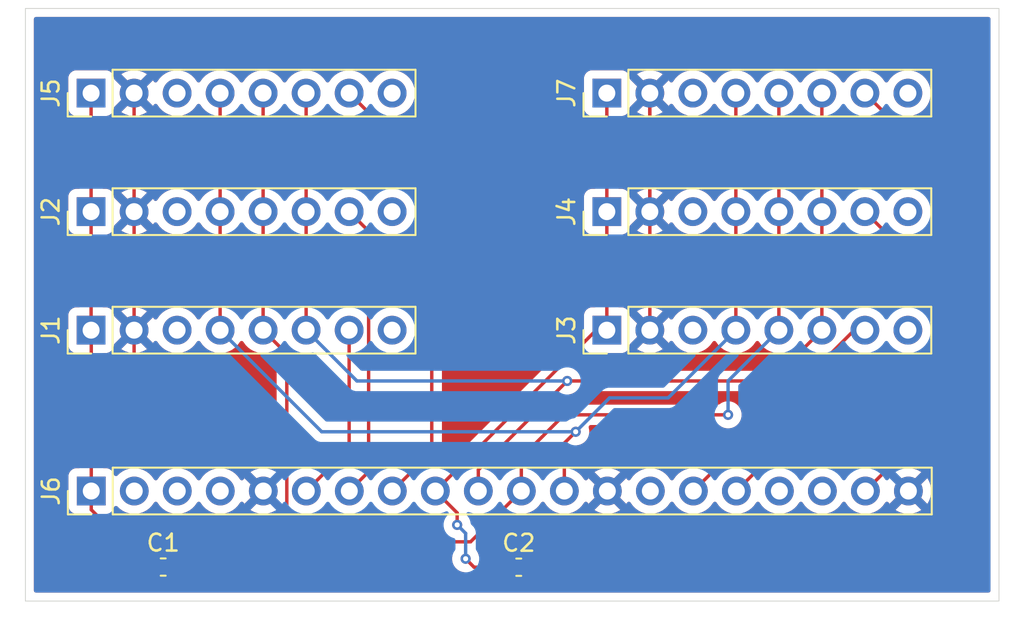
<source format=kicad_pcb>
(kicad_pcb (version 20241229) (generator "pcbnew") (generator_version "9.0")
  (layers (0 "F.Cu" signal) (2 "B.Cu" signal) (13 "F.Paste" user) (15 "B.Paste" user) (5 "F.SilkS" user "F.Silkscreen") (7 "B.SilkS" user "B.Silkscreen") (1 "F.Mask" user) (3 "B.Mask" user) (25 "Edge.Cuts" user))
  (net 0 "")
  (net 2 "/3V3")
  (net 4 "/GPIO 17")
  (net 5 "/GND")
  (net 6 "/GPIO 11")
  (net 7 "/GPIO 9")
  (net 8 "/GPIO 10")
  (net 10 "/GPIO 27")
  (net 12 "/GPIO 5")
  (net 13 "/GPIO 6")
  (net 15 "/GPIO 22")
  (net 18 "/GPIO 26")
  (net 21 "/GPIO 2")
  (net 23 "/GPIO 19")
  (net 24 "/ID SD")
  (net 25 "/GPIO 13")
  (net 26 "/GPIO 4")
  (net 27 "/GPIO 3")
  (footprint "Connector_PinHeader_2.54mm:PinHeader_1x08_P2.54mm_Vertical" (layer "F.Cu") (at 154.84 87.5 90)
    (property "Reference" "J3" (at 0 -2.38 90) (layer "F.SilkS"))
    (property "Value" "Conn_01x08")
    (fp_line (start -1.38 -1.38) (end 0 -1.38) (stroke (width 0.12)) (layer "F.SilkS"))
    (fp_line (start -1.38 0) (end -1.38 -1.38) (stroke (width 0.12)) (layer "F.SilkS"))
    (fp_line (start 1.38 1.27) (end 1.38 19.16) (stroke (width 0.12)) (layer "F.SilkS"))
    (fp_line (start -1.38 1.27) (end 1.38 1.27) (stroke (width 0.12)) (layer "F.SilkS"))
    (fp_line (start -1.38 1.27) (end -1.38 19.16) (stroke (width 0.12)) (layer "F.SilkS"))
    (fp_line (start -1.38 19.16) (end 1.38 19.16) (stroke (width 0.12)) (layer "F.SilkS"))
    (pad "1" thru_hole rect (at 0 0 90) (size 1.7 1.7) (drill 1) (layers "*.Cu" "*.Mask") (net 2 "/3V3"))
    (pad "2" thru_hole circle (at 0 2.54 90) (size 1.7 1.7) (drill 1) (layers "*.Cu" "*.Mask") (net 5 "/GND"))
    (pad "3" thru_hole circle (at 0 5.08 90) (size 1.7 1.7) (drill 1) (layers "*.Cu" "*.Mask"))
    (pad "4" thru_hole circle (at 0 7.62 90) (size 1.7 1.7) (drill 1) (layers "*.Cu" "*.Mask") (net 6 "/GPIO 11"))
    (pad "5" thru_hole circle (at 0 10.16 90) (size 1.7 1.7) (drill 1) (layers "*.Cu" "*.Mask") (net 7 "/GPIO 9"))
    (pad "6" thru_hole circle (at 0 12.7 90) (size 1.7 1.7) (drill 1) (layers "*.Cu" "*.Mask") (net 8 "/GPIO 10"))
    (pad "7" thru_hole circle (at 0 15.24 90) (size 1.7 1.7) (drill 1) (layers "*.Cu" "*.Mask") (net 12 "/GPIO 5"))
    (pad "8" thru_hole circle (at 0 17.78 90) (size 1.7 1.7) (drill 1) (layers "*.Cu" "*.Mask"))
  )
  (footprint "Connector_PinHeader_2.54mm:PinHeader_1x08_P2.54mm_Vertical" (layer "F.Cu") (at 124.38 80.5 90)
    (property "Reference" "J2" (at 0 -2.38 90) (layer "F.SilkS"))
    (property "Value" "Conn_01x08")
    (fp_line (start -1.38 -1.38) (end 0 -1.38) (stroke (width 0.12)) (layer "F.SilkS"))
    (fp_line (start -1.38 0) (end -1.38 -1.38) (stroke (width 0.12)) (layer "F.SilkS"))
    (fp_line (start 1.38 1.27) (end 1.38 19.16) (stroke (width 0.12)) (layer "F.SilkS"))
    (fp_line (start -1.38 1.27) (end 1.38 1.27) (stroke (width 0.12)) (layer "F.SilkS"))
    (fp_line (start -1.38 1.27) (end -1.38 19.16) (stroke (width 0.12)) (layer "F.SilkS"))
    (fp_line (start -1.38 19.16) (end 1.38 19.16) (stroke (width 0.12)) (layer "F.SilkS"))
    (pad "1" thru_hole rect (at 0 0 90) (size 1.7 1.7) (drill 1) (layers "*.Cu" "*.Mask") (net 2 "/3V3"))
    (pad "2" thru_hole circle (at 0 2.54 90) (size 1.7 1.7) (drill 1) (layers "*.Cu" "*.Mask") (net 5 "/GND"))
    (pad "3" thru_hole circle (at 0 5.08 90) (size 1.7 1.7) (drill 1) (layers "*.Cu" "*.Mask"))
    (pad "4" thru_hole circle (at 0 7.62 90) (size 1.7 1.7) (drill 1) (layers "*.Cu" "*.Mask") (net 6 "/GPIO 11"))
    (pad "5" thru_hole circle (at 0 10.16 90) (size 1.7 1.7) (drill 1) (layers "*.Cu" "*.Mask") (net 7 "/GPIO 9"))
    (pad "6" thru_hole circle (at 0 12.7 90) (size 1.7 1.7) (drill 1) (layers "*.Cu" "*.Mask") (net 8 "/GPIO 10"))
    (pad "7" thru_hole circle (at 0 15.24 90) (size 1.7 1.7) (drill 1) (layers "*.Cu" "*.Mask") (net 10 "/GPIO 27"))
    (pad "8" thru_hole circle (at 0 17.78 90) (size 1.7 1.7) (drill 1) (layers "*.Cu" "*.Mask"))
  )
  (footprint "Connector_PinHeader_2.54mm:PinHeader_1x20_P2.54mm_Vertical" (layer "F.Cu") (at 124.39 97 90)
    (property "Reference" "J6" (at 0 -2.38 90) (layer "F.SilkS"))
    (property "Value" "Conn_01x20")
    (fp_line (start -1.38 -1.38) (end 0 -1.38) (stroke (width 0.12)) (layer "F.SilkS"))
    (fp_line (start -1.38 0) (end -1.38 -1.38) (stroke (width 0.12)) (layer "F.SilkS"))
    (fp_line (start 1.38 1.27) (end 1.38 49.64) (stroke (width 0.12)) (layer "F.SilkS"))
    (fp_line (start -1.38 1.27) (end 1.38 1.27) (stroke (width 0.12)) (layer "F.SilkS"))
    (fp_line (start -1.38 1.27) (end -1.38 49.64) (stroke (width 0.12)) (layer "F.SilkS"))
    (fp_line (start -1.38 49.64) (end 1.38 49.64) (stroke (width 0.12)) (layer "F.SilkS"))
    (pad "1" thru_hole rect (at 0 0 90) (size 1.7 1.7) (drill 1) (layers "*.Cu" "*.Mask") (net 2 "/3V3"))
    (pad "2" thru_hole circle (at 0 2.54 90) (size 1.7 1.7) (drill 1) (layers "*.Cu" "*.Mask") (net 21 "/GPIO 2"))
    (pad "3" thru_hole circle (at 0 5.08 90) (size 1.7 1.7) (drill 1) (layers "*.Cu" "*.Mask") (net 27 "/GPIO 3"))
    (pad "4" thru_hole circle (at 0 7.62 90) (size 1.7 1.7) (drill 1) (layers "*.Cu" "*.Mask") (net 26 "/GPIO 4"))
    (pad "5" thru_hole circle (at 0 10.16 90) (size 1.7 1.7) (drill 1) (layers "*.Cu" "*.Mask") (net 5 "/GND"))
    (pad "6" thru_hole circle (at 0 12.7 90) (size 1.7 1.7) (drill 1) (layers "*.Cu" "*.Mask") (net 4 "/GPIO 17"))
    (pad "7" thru_hole circle (at 0 15.24 90) (size 1.7 1.7) (drill 1) (layers "*.Cu" "*.Mask") (net 10 "/GPIO 27"))
    (pad "8" thru_hole circle (at 0 17.78 90) (size 1.7 1.7) (drill 1) (layers "*.Cu" "*.Mask") (net 15 "/GPIO 22"))
    (pad "9" thru_hole circle (at 0 20.32 90) (size 1.7 1.7) (drill 1) (layers "*.Cu" "*.Mask") (net 2 "/3V3"))
    (pad "10" thru_hole circle (at 0 22.86 90) (size 1.7 1.7) (drill 1) (layers "*.Cu" "*.Mask") (net 8 "/GPIO 10"))
    (pad "11" thru_hole circle (at 0 25.4 90) (size 1.7 1.7) (drill 1) (layers "*.Cu" "*.Mask") (net 7 "/GPIO 9"))
    (pad "12" thru_hole circle (at 0 27.94 90) (size 1.7 1.7) (drill 1) (layers "*.Cu" "*.Mask") (net 6 "/GPIO 11"))
    (pad "13" thru_hole circle (at 0 30.48 90) (size 1.7 1.7) (drill 1) (layers "*.Cu" "*.Mask") (net 5 "/GND"))
    (pad "14" thru_hole circle (at 0 33.02 90) (size 1.7 1.7) (drill 1) (layers "*.Cu" "*.Mask") (net 24 "/ID SD"))
    (pad "15" thru_hole circle (at 0 35.56 90) (size 1.7 1.7) (drill 1) (layers "*.Cu" "*.Mask") (net 12 "/GPIO 5"))
    (pad "16" thru_hole circle (at 0 38.1 90) (size 1.7 1.7) (drill 1) (layers "*.Cu" "*.Mask") (net 13 "/GPIO 6"))
    (pad "17" thru_hole circle (at 0 40.64 90) (size 1.7 1.7) (drill 1) (layers "*.Cu" "*.Mask") (net 25 "/GPIO 13"))
    (pad "18" thru_hole circle (at 0 43.18 90) (size 1.7 1.7) (drill 1) (layers "*.Cu" "*.Mask") (net 23 "/GPIO 19"))
    (pad "19" thru_hole circle (at 0 45.72 90) (size 1.7 1.7) (drill 1) (layers "*.Cu" "*.Mask") (net 18 "/GPIO 26"))
    (pad "20" thru_hole circle (at 0 48.26 90) (size 1.7 1.7) (drill 1) (layers "*.Cu" "*.Mask") (net 5 "/GND"))
  )
  (footprint "Connector_PinHeader_2.54mm:PinHeader_1x08_P2.54mm_Vertical" (layer "F.Cu") (at 154.84 80.5 90)
    (property "Reference" "J4" (at 0 -2.38 90) (layer "F.SilkS"))
    (property "Value" "Conn_01x08")
    (fp_line (start -1.38 -1.38) (end 0 -1.38) (stroke (width 0.12)) (layer "F.SilkS"))
    (fp_line (start -1.38 0) (end -1.38 -1.38) (stroke (width 0.12)) (layer "F.SilkS"))
    (fp_line (start 1.38 1.27) (end 1.38 19.16) (stroke (width 0.12)) (layer "F.SilkS"))
    (fp_line (start -1.38 1.27) (end 1.38 1.27) (stroke (width 0.12)) (layer "F.SilkS"))
    (fp_line (start -1.38 1.27) (end -1.38 19.16) (stroke (width 0.12)) (layer "F.SilkS"))
    (fp_line (start -1.38 19.16) (end 1.38 19.16) (stroke (width 0.12)) (layer "F.SilkS"))
    (pad "1" thru_hole rect (at 0 0 90) (size 1.7 1.7) (drill 1) (layers "*.Cu" "*.Mask") (net 2 "/3V3"))
    (pad "2" thru_hole circle (at 0 2.54 90) (size 1.7 1.7) (drill 1) (layers "*.Cu" "*.Mask") (net 5 "/GND"))
    (pad "3" thru_hole circle (at 0 5.08 90) (size 1.7 1.7) (drill 1) (layers "*.Cu" "*.Mask"))
    (pad "4" thru_hole circle (at 0 7.62 90) (size 1.7 1.7) (drill 1) (layers "*.Cu" "*.Mask") (net 6 "/GPIO 11"))
    (pad "5" thru_hole circle (at 0 10.16 90) (size 1.7 1.7) (drill 1) (layers "*.Cu" "*.Mask") (net 7 "/GPIO 9"))
    (pad "6" thru_hole circle (at 0 12.7 90) (size 1.7 1.7) (drill 1) (layers "*.Cu" "*.Mask") (net 8 "/GPIO 10"))
    (pad "7" thru_hole circle (at 0 15.24 90) (size 1.7 1.7) (drill 1) (layers "*.Cu" "*.Mask") (net 13 "/GPIO 6"))
    (pad "8" thru_hole circle (at 0 17.78 90) (size 1.7 1.7) (drill 1) (layers "*.Cu" "*.Mask"))
  )
  (footprint "Capacitor_SMD:C_0603_1608Metric_Pad1.08x0.95mm_HandSolder" (layer "F.Cu") (at 128.6375 101.49)
    (property "Reference" "C1" (at 0 -1.43 0) (layer "F.SilkS"))
    (property "Value" "10n")
    (fp_line (start -0.146267 -0.51) (end 0.146267 -0.51) (stroke (width 0.12)) (layer "F.SilkS"))
    (fp_line (start -0.146267 0.51) (end 0.146267 0.51) (stroke (width 0.12)) (layer "F.SilkS"))
    (pad "1" smd roundrect (at -0.8625 0) (size 1.075 0.95) (layers "F.Cu" "F.Mask" "F.Paste") (net 2 "/3V3"))
    (pad "2" smd roundrect (at 0.8625 0) (size 1.075 0.95) (layers "F.Cu" "F.Mask" "F.Paste") (net 5 "/GND"))
  )
  (footprint "Connector_PinHeader_2.54mm:PinHeader_1x08_P2.54mm_Vertical" (layer "F.Cu") (at 124.38 87.5 90)
    (property "Reference" "J1" (at 0 -2.38 90) (layer "F.SilkS"))
    (property "Value" "Conn_01x08")
    (fp_line (start -1.38 -1.38) (end 0 -1.38) (stroke (width 0.12)) (layer "F.SilkS"))
    (fp_line (start -1.38 0) (end -1.38 -1.38) (stroke (width 0.12)) (layer "F.SilkS"))
    (fp_line (start 1.38 1.27) (end 1.38 19.16) (stroke (width 0.12)) (layer "F.SilkS"))
    (fp_line (start -1.38 1.27) (end 1.38 1.27) (stroke (width 0.12)) (layer "F.SilkS"))
    (fp_line (start -1.38 1.27) (end -1.38 19.16) (stroke (width 0.12)) (layer "F.SilkS"))
    (fp_line (start -1.38 19.16) (end 1.38 19.16) (stroke (width 0.12)) (layer "F.SilkS"))
    (pad "1" thru_hole rect (at 0 0 90) (size 1.7 1.7) (drill 1) (layers "*.Cu" "*.Mask") (net 2 "/3V3"))
    (pad "2" thru_hole circle (at 0 2.54 90) (size 1.7 1.7) (drill 1) (layers "*.Cu" "*.Mask") (net 5 "/GND"))
    (pad "3" thru_hole circle (at 0 5.08 90) (size 1.7 1.7) (drill 1) (layers "*.Cu" "*.Mask"))
    (pad "4" thru_hole circle (at 0 7.62 90) (size 1.7 1.7) (drill 1) (layers "*.Cu" "*.Mask") (net 6 "/GPIO 11"))
    (pad "5" thru_hole circle (at 0 10.16 90) (size 1.7 1.7) (drill 1) (layers "*.Cu" "*.Mask") (net 7 "/GPIO 9"))
    (pad "6" thru_hole circle (at 0 12.7 90) (size 1.7 1.7) (drill 1) (layers "*.Cu" "*.Mask") (net 8 "/GPIO 10"))
    (pad "7" thru_hole circle (at 0 15.24 90) (size 1.7 1.7) (drill 1) (layers "*.Cu" "*.Mask") (net 4 "/GPIO 17"))
    (pad "8" thru_hole circle (at 0 17.78 90) (size 1.7 1.7) (drill 1) (layers "*.Cu" "*.Mask"))
  )
  (footprint "Connector_PinHeader_2.54mm:PinHeader_1x08_P2.54mm_Vertical" (layer "F.Cu") (at 154.84 73.5 90)
    (property "Reference" "J7" (at 0 -2.38 90) (layer "F.SilkS"))
    (property "Value" "Conn_01x08")
    (fp_line (start -1.38 -1.38) (end 0 -1.38) (stroke (width 0.12)) (layer "F.SilkS"))
    (fp_line (start -1.38 0) (end -1.38 -1.38) (stroke (width 0.12)) (layer "F.SilkS"))
    (fp_line (start 1.38 1.27) (end 1.38 19.16) (stroke (width 0.12)) (layer "F.SilkS"))
    (fp_line (start -1.38 1.27) (end 1.38 1.27) (stroke (width 0.12)) (layer "F.SilkS"))
    (fp_line (start -1.38 1.27) (end -1.38 19.16) (stroke (width 0.12)) (layer "F.SilkS"))
    (fp_line (start -1.38 19.16) (end 1.38 19.16) (stroke (width 0.12)) (layer "F.SilkS"))
    (pad "1" thru_hole rect (at 0 0 90) (size 1.7 1.7) (drill 1) (layers "*.Cu" "*.Mask") (net 2 "/3V3"))
    (pad "2" thru_hole circle (at 0 2.54 90) (size 1.7 1.7) (drill 1) (layers "*.Cu" "*.Mask") (net 5 "/GND"))
    (pad "3" thru_hole circle (at 0 5.08 90) (size 1.7 1.7) (drill 1) (layers "*.Cu" "*.Mask"))
    (pad "4" thru_hole circle (at 0 7.62 90) (size 1.7 1.7) (drill 1) (layers "*.Cu" "*.Mask") (net 6 "/GPIO 11"))
    (pad "5" thru_hole circle (at 0 10.16 90) (size 1.7 1.7) (drill 1) (layers "*.Cu" "*.Mask") (net 7 "/GPIO 9"))
    (pad "6" thru_hole circle (at 0 12.7 90) (size 1.7 1.7) (drill 1) (layers "*.Cu" "*.Mask") (net 8 "/GPIO 10"))
    (pad "7" thru_hole circle (at 0 15.24 90) (size 1.7 1.7) (drill 1) (layers "*.Cu" "*.Mask") (net 18 "/GPIO 26"))
    (pad "8" thru_hole circle (at 0 17.78 90) (size 1.7 1.7) (drill 1) (layers "*.Cu" "*.Mask"))
  )
  (footprint "Connector_PinHeader_2.54mm:PinHeader_1x08_P2.54mm_Vertical" (layer "F.Cu") (at 124.38 73.5 90)
    (property "Reference" "J5" (at 0 -2.38 90) (layer "F.SilkS"))
    (property "Value" "Conn_01x08")
    (fp_line (start -1.38 -1.38) (end 0 -1.38) (stroke (width 0.12)) (layer "F.SilkS"))
    (fp_line (start -1.38 0) (end -1.38 -1.38) (stroke (width 0.12)) (layer "F.SilkS"))
    (fp_line (start 1.38 1.27) (end 1.38 19.16) (stroke (width 0.12)) (layer "F.SilkS"))
    (fp_line (start -1.38 1.27) (end 1.38 1.27) (stroke (width 0.12)) (layer "F.SilkS"))
    (fp_line (start -1.38 1.27) (end -1.38 19.16) (stroke (width 0.12)) (layer "F.SilkS"))
    (fp_line (start -1.38 19.16) (end 1.38 19.16) (stroke (width 0.12)) (layer "F.SilkS"))
    (pad "1" thru_hole rect (at 0 0 90) (size 1.7 1.7) (drill 1) (layers "*.Cu" "*.Mask") (net 2 "/3V3"))
    (pad "2" thru_hole circle (at 0 2.54 90) (size 1.7 1.7) (drill 1) (layers "*.Cu" "*.Mask") (net 5 "/GND"))
    (pad "3" thru_hole circle (at 0 5.08 90) (size 1.7 1.7) (drill 1) (layers "*.Cu" "*.Mask"))
    (pad "4" thru_hole circle (at 0 7.62 90) (size 1.7 1.7) (drill 1) (layers "*.Cu" "*.Mask") (net 6 "/GPIO 11"))
    (pad "5" thru_hole circle (at 0 10.16 90) (size 1.7 1.7) (drill 1) (layers "*.Cu" "*.Mask") (net 7 "/GPIO 9"))
    (pad "6" thru_hole circle (at 0 12.7 90) (size 1.7 1.7) (drill 1) (layers "*.Cu" "*.Mask") (net 8 "/GPIO 10"))
    (pad "7" thru_hole circle (at 0 15.24 90) (size 1.7 1.7) (drill 1) (layers "*.Cu" "*.Mask") (net 15 "/GPIO 22"))
    (pad "8" thru_hole circle (at 0 17.78 90) (size 1.7 1.7) (drill 1) (layers "*.Cu" "*.Mask"))
  )
  (footprint "Capacitor_SMD:C_0603_1608Metric_Pad1.08x0.95mm_HandSolder" (layer "F.Cu") (at 149.6375 101.5)
    (property "Reference" "C2" (at 0 -1.43 0) (layer "F.SilkS"))
    (property "Value" "10n")
    (fp_line (start -0.146267 -0.51) (end 0.146267 -0.51) (stroke (width 0.12)) (layer "F.SilkS"))
    (fp_line (start -0.146267 0.51) (end 0.146267 0.51) (stroke (width 0.12)) (layer "F.SilkS"))
    (pad "1" smd roundrect (at -0.8625 0) (size 1.075 0.95) (layers "F.Cu" "F.Mask" "F.Paste") (net 2 "/3V3"))
    (pad "2" smd roundrect (at 0.8625 0) (size 1.075 0.95) (layers "F.Cu" "F.Mask" "F.Paste") (net 5 "/GND"))
  )
  (gr_rect (start 120.5 68.5) (end 178 103.5) (stroke (width 0.05)) (fill no) (layer "Edge.Cuts"))
  (segment (start 154.84 80.5) (end 154.84 73.5) (width 0.2) (layer "F.Cu") (net 2))
  (segment (start 124.38 87.5) (end 124.38 80.5) (width 0.2) (layer "F.Cu") (net 2))
  (segment (start 124.39 98.105) (end 127.775 101.49) (width 0.2) (layer "F.Cu") (net 2))
  (segment (start 124.39 87.51) (end 124.38 87.5) (width 0.2) (layer "F.Cu") (net 2))
  (segment (start 144.71 97) (end 146 98.29) (width 0.2) (layer "F.Cu") (net 2))
  (segment (start 146.5 101) (end 147 101.5) (width 0.2) (layer "F.Cu") (net 2))
  (segment (start 154.84 87.5) (end 154.84 80.5) (width 0.2) (layer "F.Cu") (net 2))
  (segment (start 124.38 80.5) (end 124.38 73.5) (width 0.2) (layer "F.Cu") (net 2))
  (segment (start 124.39 97) (end 124.39 87.51) (width 0.2) (layer "F.Cu") (net 2))
  (segment (start 146 98.29) (end 146 99) (width 0.2) (layer "F.Cu") (net 2))
  (segment (start 147 101.5) (end 148.775 101.5) (width 0.2) (layer "F.Cu") (net 2))
  (segment (start 124.39 97) (end 124.39 98.105) (width 0.2) (layer "F.Cu") (net 2))
  (segment (start 144.71 97) (end 154.21 87.5) (width 0.2) (layer "F.Cu") (net 2))
  (segment (start 154.21 87.5) (end 154.84 87.5) (width 0.2) (layer "F.Cu") (net 2))
  (via (at 146 99) (size 0.6) (drill 0.3) (layers "F.Cu" "B.Cu") (net 2))
  (via (at 146.5 101) (size 0.6) (drill 0.3) (layers "F.Cu" "B.Cu") (net 2))
  (segment (start 146 99) (end 146.5 99.5) (width 0.2) (layer "B.Cu") (net 2))
  (segment (start 154.21 87.5) (end 154.84 87.5) (width 0.2) (layer "B.Cu") (net 2))
  (segment (start 146.5 99.5) (end 146.5 101) (width 0.2) (layer "B.Cu") (net 2))
  (segment (start 137.09 97) (end 139.62 94.47) (width 0.2) (layer "F.Cu") (net 4))
  (segment (start 139.62 94.47) (end 139.62 87.5) (width 0.2) (layer "F.Cu") (net 4))
  (segment (start 126.92 89.37) (end 126.92 87.5) (width 0.2) (layer "F.Cu") (net 5))
  (segment (start 176 70.5) (end 175.94 70.44) (width 0.2) (layer "F.Cu") (net 5))
  (segment (start 177 98) (end 177 71.5) (width 0.2) (layer "F.Cu") (net 5))
  (segment (start 150.5 101.37) (end 154.87 97) (width 0.2) (layer "F.Cu") (net 5))
  (segment (start 175.5 99.5) (end 177 98) (width 0.2) (layer "F.Cu") (net 5))
  (segment (start 154.87 97) (end 157.37 99.5) (width 0.2) (layer "F.Cu") (net 5))
  (segment (start 157.37 99.5) (end 175.5 99.5) (width 0.2) (layer "F.Cu") (net 5))
  (segment (start 160.88 70) (end 175.5 70) (width 0.2) (layer "F.Cu") (net 5))
  (segment (start 177 71.5) (end 176 70.5) (width 0.2) (layer "F.Cu") (net 5))
  (segment (start 175.5 70) (end 176 70.5) (width 0.2) (layer "F.Cu") (net 5))
  (segment (start 126.92 87.5) (end 126.92 80.5) (width 0.2) (layer "F.Cu") (net 5))
  (segment (start 157.38 73.5) (end 160.88 70) (width 0.2) (layer "F.Cu") (net 5))
  (segment (start 126.92 80.5) (end 126.92 73.5) (width 0.2) (layer "F.Cu") (net 5))
  (segment (start 134.55 97) (end 126.92 89.37) (width 0.2) (layer "F.Cu") (net 5))
  (segment (start 134.55 97) (end 130.06 101.49) (width 0.2) (layer "F.Cu") (net 5))
  (segment (start 150.5 101.5) (end 150.5 101.37) (width 0.2) (layer "F.Cu") (net 5))
  (segment (start 130.06 101.49) (end 129.5 101.49) (width 0.2) (layer "F.Cu") (net 5))
  (segment (start 157.38 73.5) (end 157.38 87.5) (width 0.2) (layer "F.Cu") (net 5))
  (segment (start 157.38 73.5) (end 157.38 80.5) (width 0.2) (layer "F.Cu") (net 5))
  (segment (start 152.33 94.17) (end 153 93.5) (width 0.2) (layer "F.Cu") (net 6))
  (segment (start 162.46 87.5) (end 162.46 80.5) (width 0.2) (layer "F.Cu") (net 6))
  (segment (start 132 87.5) (end 132 80.5) (width 0.2) (layer "F.Cu") (net 6))
  (segment (start 152.33 97) (end 152.33 94.17) (width 0.2) (layer "F.Cu") (net 6))
  (segment (start 162.46 80.5) (end 162.46 73.5) (width 0.2) (layer "F.Cu") (net 6))
  (segment (start 132 80.5) (end 132 73.5) (width 0.2) (layer "F.Cu") (net 6))
  (via (at 153 93.5) (size 0.6) (drill 0.3) (layers "F.Cu" "B.Cu") (net 6))
  (segment (start 138 93.5) (end 153 93.5) (width 0.2) (layer "B.Cu") (net 6))
  (segment (start 155 91.5) (end 153 93.5) (width 0.2) (layer "B.Cu") (net 6))
  (segment (start 162.46 87.5) (end 158.46 91.5) (width 0.2) (layer "B.Cu") (net 6))
  (segment (start 132 87.5) (end 138 93.5) (width 0.2) (layer "B.Cu") (net 6))
  (segment (start 158.46 91.5) (end 155 91.5) (width 0.2) (layer "B.Cu") (net 6))
  (segment (start 137 100) (end 135.939 98.939) (width 0.2) (layer "F.Cu") (net 7))
  (segment (start 146.79 100) (end 137 100) (width 0.2) (layer "F.Cu") (net 7))
  (segment (start 165 87.5) (end 165 80.5) (width 0.2) (layer "F.Cu") (net 7))
  (segment (start 134.54 80.5) (end 134.54 73.5) (width 0.2) (layer "F.Cu") (net 7))
  (segment (start 149.79 97) (end 149.79 95.0271) (width 0.2) (layer "F.Cu") (net 7))
  (segment (start 149.79 95.0271) (end 152.3171 92.5) (width 0.2) (layer "F.Cu") (net 7))
  (segment (start 134.54 87.5) (end 134.54 80.5) (width 0.2) (layer "F.Cu") (net 7))
  (segment (start 152.3171 92.5) (end 162 92.5) (width 0.2) (layer "F.Cu") (net 7))
  (segment (start 135.939 88.899) (end 134.54 87.5) (width 0.2) (layer "F.Cu") (net 7))
  (segment (start 165 80.5) (end 165 73.5) (width 0.2) (layer "F.Cu") (net 7))
  (segment (start 135.939 98.939) (end 135.939 88.899) (width 0.2) (layer "F.Cu") (net 7))
  (segment (start 149.79 97) (end 146.79 100) (width 0.2) (layer "F.Cu") (net 7))
  (via (at 162 92.5) (size 0.6) (drill 0.3) (layers "F.Cu" "B.Cu") (net 7))
  (segment (start 162 90.5) (end 162 92.5) (width 0.2) (layer "B.Cu") (net 7))
  (segment (start 165 87.5) (end 162 90.5) (width 0.2) (layer "B.Cu") (net 7))
  (segment (start 137.08 80.5) (end 137.08 73.5) (width 0.2) (layer "F.Cu") (net 8))
  (segment (start 164.54 90.5) (end 167.54 87.5) (width 0.2) (layer "F.Cu") (net 8))
  (segment (start 167.54 87.5) (end 167.54 80.5) (width 0.2) (layer "F.Cu") (net 8))
  (segment (start 147.25 97) (end 147.25 95.75) (width 0.2) (layer "F.Cu") (net 8))
  (segment (start 147.25 95.75) (end 152.5 90.5) (width 0.2) (layer "F.Cu") (net 8))
  (segment (start 137.08 87.5) (end 137.08 80.5) (width 0.2) (layer "F.Cu") (net 8))
  (segment (start 167.54 80.5) (end 167.54 73.5) (width 0.2) (layer "F.Cu") (net 8))
  (segment (start 152.5 90.5) (end 164.54 90.5) (width 0.2) (layer "F.Cu") (net 8))
  (via (at 152.5 90.5) (size 0.6) (drill 0.3) (layers "F.Cu" "B.Cu") (net 8))
  (segment (start 137.08 87.5) (end 140.08 90.5) (width 0.2) (layer "B.Cu") (net 8))
  (segment (start 140.08 90.5) (end 152.5 90.5) (width 0.2) (layer "B.Cu") (net 8))
  (segment (start 140.771 81.651) (end 139.62 80.5) (width 0.2) (layer "F.Cu") (net 10))
  (segment (start 139.63 97) (end 140.771 95.859) (width 0.2) (layer "F.Cu") (net 10))
  (segment (start 140.771 95.859) (end 140.771 81.651) (width 0.2) (layer "F.Cu") (net 10))
  (segment (start 169.45 87.5) (end 170.08 87.5) (width 0.2) (layer "F.Cu") (net 12))
  (segment (start 159.95 97) (end 169.45 87.5) (width 0.2) (layer "F.Cu") (net 12))
  (segment (start 175 90) (end 174.5 90.5) (width 0.2) (layer "F.Cu") (net 13))
  (segment (start 175 85.42) (end 170.08 80.5) (width 0.2) (layer "F.Cu") (net 13))
  (segment (start 175 85.42) (end 175 90) (width 0.2) (layer "F.Cu") (net 13))
  (segment (start 162.49 97) (end 168.99 90.5) (width 0.2) (layer "F.Cu") (net 13))
  (segment (start 174.5 90.5) (end 168.99 90.5) (width 0.2) (layer "F.Cu") (net 13))
  (segment (start 142.17 97) (end 144.5 94.67) (width 0.2) (layer "F.Cu") (net 15))
  (segment (start 139.62 73.5) (end 144.5 78.38) (width 0.2) (layer "F.Cu") (net 15))
  (segment (start 144.5 78.38) (end 144.5 78.5) (width 0.2) (layer "F.Cu") (net 15))
  (segment (start 144.5 94.67) (end 144.5 78.5) (width 0.2) (layer "F.Cu") (net 15))
  (segment (start 170.08 73.5) (end 176 79.42) (width 0.2) (layer "F.Cu") (net 18))
  (segment (start 176 79.42) (end 176 79.5) (width 0.2) (layer "F.Cu") (net 18))
  (segment (start 176 91.11) (end 170.11 97) (width 0.2) (layer "F.Cu") (net 18))
  (segment (start 176 79.5) (end 176 91.11) (width 0.2) (layer "F.Cu") (net 18))
  (zone (net 5) (net_name "/GND") (layers "F.Cu" "B.Cu") (connect_pads (clearance 0.5)) (min_thickness 0.25) (fill yes (thermal_gap 0.5) (thermal_bridge_width 0.5))
    (polygon (pts (xy 120 104) (xy 179.5 104.5) (xy 179 68) (xy 119 68)))
  )
)
</source>
